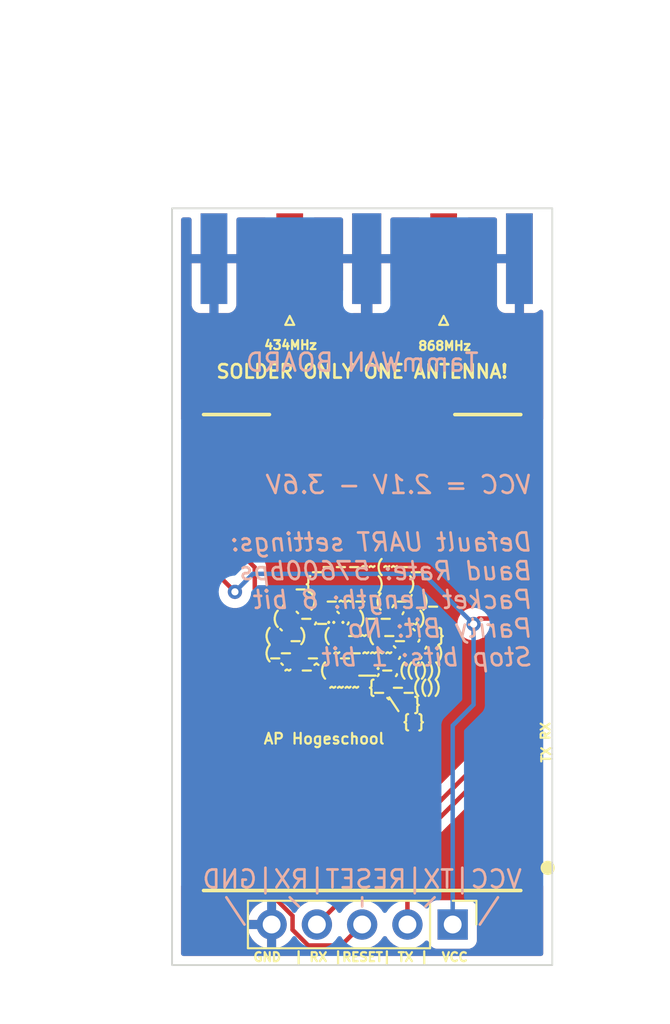
<source format=kicad_pcb>
(kicad_pcb (version 20211014) (generator pcbnew)
  (layers (0 "F.Cu" signal) (31 "B.Cu" signal) (34 "B.Paste" user) (35 "F.Paste" user) (36 "B.SilkS" user "B.Silkscreen") (37 "F.SilkS" user "F.Silkscreen") (38 "B.Mask" user) (39 "F.Mask" user) (44 "Edge.Cuts" user))
  (net 0 "")
  (net 1 "434MHz")
  (net 2 "868MHz")
  (net 3 "VCC")
  (net 4 "TX")
  (net 5 "RESET")
  (net 6 "RX")
  (net 7 "GND")
  (footprint "Connector_Coaxial:SMA_Amphenol_132289_EdgeMount" (layer "F.Cu") (at 178.816 120.1705 90)
    (fp_text reference "J2" hide)
    (fp_text value "Conn_Coaxial")
    (fp_line (start -3.71 -0.25) (end -3.71 0.25) (layer "F.SilkS") (width 0.12))
    (fp_line (start -3.21 0) (end -3.71 -0.25) (layer "F.SilkS") (width 0.12))
    (fp_line (start -3.71 0.25) (end -3.21 0) (layer "F.SilkS") (width 0.12))
    (pad "1" smd rect (at 0 0 180) (size 1.5 5.08) (layers "F.Cu" "F.Paste" "F.Mask") (net 1 "434MHz"))
    (pad "2" smd rect (at 0 -4.25 180) (size 1.5 5.08) (layers "F.Cu" "F.Paste" "F.Mask") (net 7 "GND"))
    (pad "2" smd rect (at 0 -4.25 180) (size 1.5 5.08) (layers "B.Cu" "B.Paste" "B.Mask") (net 7 "GND"))
    (pad "2" smd rect (at 0 4.25 180) (size 1.5 5.08) (layers "F.Cu" "F.Paste" "F.Mask") (net 7 "GND"))
    (pad "2" smd rect (at 0 4.25 180) (size 1.5 5.08) (layers "B.Cu" "B.Paste" "B.Mask") (net 7 "GND"))
  )
  (footprint "Connector_Coaxial:SMA_Amphenol_132289_EdgeMount" (layer "F.Cu") (at 187.452 120.1705 90)
    (fp_text reference "J3" hide)
    (fp_text value "Conn_Coaxial")
    (fp_line (start -3.71 -0.25) (end -3.71 0.25) (layer "F.SilkS") (width 0.12))
    (fp_line (start -3.71 0.25) (end -3.21 0) (layer "F.SilkS") (width 0.12))
    (fp_line (start -3.21 0) (end -3.71 -0.25) (layer "F.SilkS") (width 0.12))
    (pad "1" smd rect (at 0 0 180) (size 1.5 5.08) (layers "F.Cu" "F.Paste" "F.Mask") (net 2 "868MHz"))
    (pad "2" smd rect (at 0 -4.25 180) (size 1.5 5.08) (layers "B.Cu" "B.Paste" "B.Mask") (net 7 "GND"))
    (pad "2" smd rect (at 0 4.25 180) (size 1.5 5.08) (layers "F.Cu" "F.Paste" "F.Mask") (net 7 "GND"))
    (pad "2" smd rect (at 0 -4.25 180) (size 1.5 5.08) (layers "F.Cu" "F.Paste" "F.Mask") (net 7 "GND"))
    (pad "2" smd rect (at 0 4.25 180) (size 1.5 5.08) (layers "B.Cu" "B.Paste" "B.Mask") (net 7 "GND"))
  )
  (footprint "RN2483:RN2483" (layer "F.Cu") (at 182.88 142.24)
    (fp_text reference "U1" hide)
    (fp_text value "RN2483" hide)
    (fp_line (start -8.9 13.335) (end 8.9 13.335) (layer "F.SilkS") (width 0.2))
    (fp_line (start 5.2 -13.335) (end 8.9 -13.335) (layer "F.SilkS") (width 0.2))
    (fp_line (start -8.9 -13.335) (end -5.2 -13.335) (layer "F.SilkS") (width 0.2))
    (fp_circle (center 10.41 12.065) (end 10.41 12.265) (layer "F.SilkS") (width 0.4) (fill none))
    (pad "1" smd rect locked (at 8.91 12.065 90) (size 1.016 1.524) (layers "F.Cu" "F.Paste" "F.Mask") (net 7 "GND"))
    (pad "2" smd rect locked (at 8.91 10.795 90) (size 1.016 1.524) (layers "F.Cu" "F.Paste" "F.Mask"))
    (pad "3" smd rect locked (at 8.91 9.525 90) (size 1.016 1.524) (layers "F.Cu" "F.Paste" "F.Mask"))
    (pad "4" smd rect locked (at 8.91 8.255 90) (size 1.016 1.524) (layers "F.Cu" "F.Paste" "F.Mask"))
    (pad "5" smd rect locked (at 8.91 6.985 90) (size 1.016 1.524) (layers "F.Cu" "F.Paste" "F.Mask"))
    (pad "6" smd rect locked (at 8.91 5.715 90) (size 1.016 1.524) (layers "F.Cu" "F.Paste" "F.Mask") (net 4 "TX"))
    (pad "7" smd rect locked (at 8.91 4.445 90) (size 1.016 1.524) (layers "F.Cu" "F.Paste" "F.Mask") (net 6 "RX"))
    (pad "8" smd rect locked (at 8.91 3.175 90) (size 1.016 1.524) (layers "F.Cu" "F.Paste" "F.Mask") (net 7 "GND"))
    (pad "9" smd rect locked (at 8.91 1.905 90) (size 1.016 1.524) (layers "F.Cu" "F.Paste" "F.Mask"))
    (pad "10" smd rect locked (at 8.91 0.635 90) (size 1.016 1.524) (layers "F.Cu" "F.Paste" "F.Mask"))
    (pad "11" smd rect locked (at 8.91 -0.635 90) (size 1.016 1.524) (layers "F.Cu" "F.Paste" "F.Mask") (net 7 "GND"))
    (pad "12" smd rect locked (at 8.91 -1.905 90) (size 1.016 1.524) (layers "F.Cu" "F.Paste" "F.Mask") (net 3 "VCC"))
    (pad "13" smd rect locked (at 8.91 -3.175 90) (size 1.016 1.524) (layers "F.Cu" "F.Paste" "F.Mask"))
    (pad "14" smd rect locked (at 8.91 -4.445 90) (size 1.016 1.524) (layers "F.Cu" "F.Paste" "F.Mask"))
    (pad "15" smd rect locked (at 8.91 -5.715 90) (size 1.016 1.524) (layers "F.Cu" "F.Paste" "F.Mask"))
    (pad "16" smd rect locked (at 8.91 -6.985 90) (size 1.016 1.524) (layers "F.Cu" "F.Paste" "F.Mask"))
    (pad "17" smd rect locked (at 8.91 -8.255 90) (size 1.016 1.524) (layers "F.Cu" "F.Paste" "F.Mask"))
    (pad "18" smd rect locked (at 8.91 -9.525 90) (size 1.016 1.524) (layers "F.Cu" "F.Paste" "F.Mask"))
    (pad "19" smd rect locked (at 8.91 -10.795 90) (size 1.016 1.524) (layers "F.Cu" "F.Paste" "F.Mask"))
    (pad "20" smd rect locked (at 8.91 -12.065 90) (size 1.016 1.524) (layers "F.Cu" "F.Paste" "F.Mask") (net 7 "GND"))
    (pad "21" smd rect locked (at 3.81 -13.335) (size 1.016 1.524) (layers "F.Cu" "F.Paste" "F.Mask") (net 7 "GND"))
    (pad "22" smd rect locked (at 2.54 -13.335) (size 1.016 1.524) (layers "F.Cu" "F.Paste" "F.Mask") (net 7 "GND"))
    (pad "23" smd rect locked (at 1.27 -13.335) (size 1.016 1.524) (layers "F.Cu" "F.Paste" "F.Mask") (net 2 "868MHz"))
    (pad "24" smd rect locked (at 0 -13.335) (size 1.016 1.524) (layers "F.Cu" "F.Paste" "F.Mask") (net 7 "GND"))
    (pad "25" smd rect locked (at -1.27 -13.335) (size 1.016 1.524) (layers "F.Cu" "F.Paste" "F.Mask") (net 1 "434MHz"))
    (pad "26" smd rect locked (at -2.54 -13.335) (size 1.016 1.524) (layers "F.Cu" "F.Paste" "F.Mask") (net 7 "GND"))
    (pad "27" smd rect locked (at -3.81 -13.335) (size 1.016 1.524) (layers "F.Cu" "F.Paste" "F.Mask") (net 7 "GND"))
    (pad "28" smd rect locked (at -8.89 -12.065 90) (size 1.016 1.524) (layers "F.Cu" "F.Paste" "F.Mask") (net 7 "GND"))
    (pad "29" smd rect locked (at -8.89 -10.795 90) (size 1.016 1.524) (layers "F.Cu" "F.Paste" "F.Mask"))
    (pad "30" smd rect locked (at -8.89 -9.525 90) (size 1.016 1.524) (layers "F.Cu" "F.Paste" "F.Mask"))
    (pad "31" smd rect locked (at -8.89 -8.255 90) (size 1.016 1.524) (layers "F.Cu" "F.Paste" "F.Mask"))
    (pad "32" smd rect locked (at -8.89 -6.985 90) (size 1.016 1.524) (layers "F.Cu" "F.Paste" "F.Mask") (net 5 "RESET"))
    (pad "33" smd rect locked (at -8.89 -5.715 90) (size 1.016 1.524) (layers "F.Cu" "F.Paste" "F.Mask") (net 7 "GND"))
    (pad "34" smd rect locked (at -8.89 -4.445 90) (size 1.016 1.524) (layers "F.Cu" "F.Paste" "F.Mask") (net 3 "VCC"))
    (pad "35" smd rect locked (at -8.89 -3.175 90) (size 1.016 1.524) (layers "F.Cu" "F.Paste" "F.Mask"))
    (pad "36" smd rect locked (at -8.89 -1.905 90) (size 1.016 1.524) (layers "F.Cu" "F.Paste" "F.Mask"))
    (pad "37" smd rect locked (at -8.89 -0.635 90) (size 1.016 1.524) (layers "F.Cu" "F.Paste" "F.Mask"))
    (pad "38" smd rect locked (at -8.89 0.635 90) (size 1.016 1.524) (layers "F.Cu" "F.Paste" "F.Mask"))
    (pad "39" smd rect locked (at -8.89 1.905 90) (size 1.016 1.524) (layers "F.Cu" "F.Paste" "F.Mask"))
    (pad "40" smd rect locked (at -8.89 3.175 90) (size 1.016 1.524) (layers "F.Cu" "F.Paste" "F.Mask"))
    (pad "41" smd rect locked (at -8.89 4.445 90) (size 1.016 1.524) (layers "F.Cu" "F.Paste" "F.Mask") (net 7 "GND"))
    (pad "42" smd rect locked (at -8.89 5.715 90) (size 1.016 1.524) (layers "F.Cu" "F.Paste" "F.Mask"))
    (pad "43" smd rect locked (at -8.89 6.985 90) (size 1.016 1.524) (layers "F.Cu" "F.Paste" "F.Mask"))
    (pad "44" smd rect locked (at -8.89 8.255 90) (size 1.016 1.524) (layers "F.Cu" "F.Paste" "F.Mask"))
    (pad "45" smd rect locked (at -8.89 9.525 90) (size 1.016 1.524) (layers "F.Cu" "F.Paste" "F.Mask"))
    (pad "46" smd rect locked (at -8.89 10.795 90) (size 1.016 1.524) (layers "F.Cu" "F.Paste" "F.Mask"))
    (pad "47" smd rect locked (at -8.89 12.065 90) (size 1.016 1.524) (layers "F.Cu" "F.Paste" "F.Mask") (net 7 "GND"))
  )
  (footprint "Connector_PinHeader_2.54mm:PinHeader_1x05_P2.54mm_Vertical" (layer "F.Cu") (at 187.96 157.48 -90)
    (fp_text reference "J1" hide)
    (fp_text value "Conn_01x05")
    (fp_line (start -1.33 -1.33) (end 0 -1.33) (layer "F.SilkS") (width 0.12))
    (fp_line (start 1.33 1.27) (end 1.33 11.49) (layer "F.SilkS") (width 0.12))
    (fp_line (start -1.33 11.49) (end 1.33 11.49) (layer "F.SilkS") (width 0.12))
    (fp_line (start -1.33 1.27) (end 1.33 1.27) (layer "F.SilkS") (width 0.12))
    (fp_line (start -1.33 0) (end -1.33 -1.33) (layer "F.SilkS") (width 0.12))
    (fp_line (start -1.33 1.27) (end -1.33 11.49) (layer "F.SilkS") (width 0.12))
    (pad "1" thru_hole rect (at 0 0 270) (size 1.7 1.7) (drill 1) (layers *.Cu *.Mask) (net 3 "VCC"))
    (pad "2" thru_hole oval (at 0 2.54 270) (size 1.7 1.7) (drill 1) (layers *.Cu *.Mask) (net 4 "TX"))
    (pad "3" thru_hole oval (at 0 5.08 270) (size 1.7 1.7) (drill 1) (layers *.Cu *.Mask) (net 5 "RESET"))
    (pad "4" thru_hole oval (at 0 7.62 270) (size 1.7 1.7) (drill 1) (layers *.Cu *.Mask) (net 6 "RX"))
    (pad "5" thru_hole oval (at 0 10.16 270) (size 1.7 1.7) (drill 1) (layers *.Cu *.Mask) (net 7 "GND"))
  )
  (gr_line (start 182.88 156.464) (end 182.88 155.956) (layer "B.SilkS") (width 0.15))
  (gr_line (start 176.276 157.48) (end 175.26 155.956) (layer "B.SilkS") (width 0.15))
  (gr_line (start 179.324 156.464) (end 178.816 155.956) (layer "B.SilkS") (width 0.15))
  (gr_line (start 189.484 157.48) (end 190.5 155.956) (layer "B.SilkS") (width 0.15))
  (gr_line (start 186.436 156.464) (end 186.944 155.956) (layer "B.SilkS") (width 0.15))
  (gr_rect (start 172.212 117.348) (end 193.548 159.751659) (layer "Edge.Cuts") (width 0.1) (fill none))
  (gr_text "VCC|TX|RESET|RX|GND\n" (at 182.88 154.94) (layer "B.SilkS") (effects (font (size 1 1)) (justify mirror)))
  (gr_text "TammWAN BOARD" (at 182.88 125.984) (layer "B.SilkS") (effects (font (size 1 1)) (justify mirror)))
  (gr_text "VCC = 2.1V - 3.6V\n\nDefault UART settings:\nBaud Rate: 57600bps \nPacket Length: 8 bit   \nParity Bit: No    \nStop bits: 1 bit   " (at 192.532 137.668) (layer "B.SilkS") (effects (font (size 1 1) (thickness 0.15) italic) (justify left mirror)))
  (gr_text "GND  | RX |RESET| TX |  VCC" (at 182.791025 159.306298) (layer "F.SilkS") (effects (font (size 0.5 0.5) (thickness 0.125))))
  (gr_text "      _---~~(~~-_.\n    _{        )   )\n  ,   ) -~~- ( ,-' )_\n (  `-,_..`., )-- '_,)\n( ` _)  (  -~( -_ `,  }\n(_-  _  ~_-~~~~`,  ,' )\n  `~ -^(    __;-,((()))\n        ~~~~ {_ -_(())\n               `\\  }\n                 { }      \nAP Hogeschool" (at 177.292 142.24) (layer "F.SilkS") (effects (font (size 0.6 0.6) (thickness 0.124)) (justify left)))
  (gr_text "RX" (at 193.169953 146.643477 90) (layer "F.SilkS") (effects (font (size 0.5 0.5) (thickness 0.125))))
  (gr_text "434MHz" (at 178.864216 125.010087) (layer "F.SilkS") (effects (font (size 0.5 0.5) (thickness 0.125))))
  (gr_text "868MHz\n" (at 187.507659 125.060931) (layer "F.SilkS") (effects (font (size 0.5 0.5) (thickness 0.125))))
  (gr_text "TX" (at 193.203658 147.957953 90) (layer "F.SilkS") (effects (font (size 0.5 0.5) (thickness 0.125))))
  (gr_text "SOLDER ONLY ONE ANTENNA!" (at 182.88 126.492) (layer "F.SilkS") (effects (font (size 0.75 0.75))))
  (segment (start 181.61 122.9645) (end 181.61 128.905) (width 0.29337) (layer "F.Cu") (net 1))
  (segment (start 178.816 120.1705) (end 181.61 122.9645) (width 0.29337) (layer "F.Cu") (net 1))
  (segment (start 187.452 120.1705) (end 184.15 123.4725) (width 0.29337) (layer "F.Cu") (net 2))
  (segment (start 184.15 123.4725) (end 184.15 128.905) (width 0.29337) (layer "F.Cu") (net 2))
  (segment (start 175.74173 138.839639) (end 174.697091 137.795) (width 0.25) (layer "F.Cu") (net 3))
  (segment (start 174.697091 137.795) (end 173.99 137.795) (width 0.25) (layer "F.Cu") (net 3))
  (segment (start 189.44193 140.335) (end 191.79 140.335) (width 0.25) (layer "F.Cu") (net 3))
  (segment (start 189.131442 140.645488) (end 189.44193 140.335) (width 0.25) (layer "F.Cu") (net 3))
  (via (at 175.74173 138.839639) (size 0.8) (drill 0.4) (layers "F.Cu" "B.Cu") (net 3))
  (via (at 189.131442 140.645488) (size 0.8) (drill 0.4) (layers "F.Cu" "B.Cu") (net 3))
  (segment (start 189.131442 145.161089) (end 187.96 146.332531) (width 0.25) (layer "B.Cu") (net 3))
  (segment (start 189.131442 140.645488) (end 189.131442 145.161089) (width 0.25) (layer "B.Cu") (net 3))
  (segment (start 176.750786 137.830583) (end 175.74173 138.839639) (width 0.25) (layer "B.Cu") (net 3))
  (segment (start 187.96 146.332531) (end 187.96 157.48) (width 0.25) (layer "B.Cu") (net 3))
  (segment (start 189.131442 140.645488) (end 186.316537 137.830583) (width 0.25) (layer "B.Cu") (net 3))
  (segment (start 186.316537 137.830583) (end 176.750786 137.830583) (width 0.25) (layer "B.Cu") (net 3))
  (segment (start 190.778 147.955) (end 191.79 147.955) (width 0.25) (layer "F.Cu") (net 4))
  (segment (start 185.42 153.313) (end 190.778 147.955) (width 0.25) (layer "F.Cu") (net 4))
  (segment (start 185.42 157.48) (end 185.42 153.313) (width 0.25) (layer "F.Cu") (net 4))
  (segment (start 178.974511 156.993501) (end 176.855002 154.873992) (width 0.25) (layer "F.Cu") (net 5))
  (segment (start 179.853501 158.654511) (end 178.974511 157.775521) (width 0.25) (layer "F.Cu") (net 5))
  (segment (start 174.639022 135.255) (end 173.99 135.255) (width 0.25) (layer "F.Cu") (net 5))
  (segment (start 176.855002 137.47098) (end 174.639022 135.255) (width 0.25) (layer "F.Cu") (net 5))
  (segment (start 181.705489 158.654511) (end 179.853501 158.654511) (width 0.25) (layer "F.Cu") (net 5))
  (segment (start 176.855002 154.873992) (end 176.855002 137.47098) (width 0.25) (layer "F.Cu") (net 5))
  (segment (start 178.974511 157.775521) (end 178.974511 156.993501) (width 0.25) (layer "F.Cu") (net 5))
  (segment (start 182.88 157.48) (end 181.705489 158.654511) (width 0.25) (layer "F.Cu") (net 5))
  (segment (start 191.135 146.685) (end 180.34 157.48) (width 0.25) (layer "F.Cu") (net 6))
  (segment (start 191.79 146.685) (end 191.135 146.685) (width 0.25) (layer "F.Cu") (net 6))
  (zone (net 7) (net_name "GND") (layers F&B.Cu) (connect_pads (clearance 0.508)) (min_thickness 0.254) (fill yes (thermal_gap 0.508) (thermal_bridge_width 0.508))
    (polygon (pts (xy 199.136 163.068) (xy 165.1 163.068) (xy 162.56 140.208) (xy 165.1 115.824) (xy 200.152 115.316)))
  )
)
</source>
